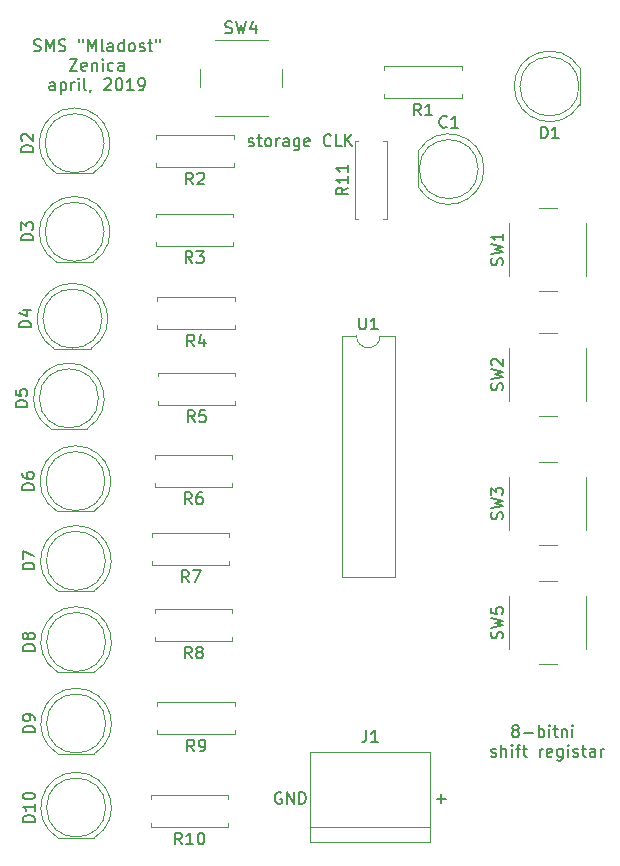
<source format=gto>
G04 #@! TF.GenerationSoftware,KiCad,Pcbnew,5.1.1-8be2ce7~80~ubuntu18.04.1*
G04 #@! TF.CreationDate,2019-04-19T02:08:46-07:00*
G04 #@! TF.ProjectId,shift_reg,73686966-745f-4726-9567-2e6b69636164,v01*
G04 #@! TF.SameCoordinates,Original*
G04 #@! TF.FileFunction,Legend,Top*
G04 #@! TF.FilePolarity,Positive*
%FSLAX46Y46*%
G04 Gerber Fmt 4.6, Leading zero omitted, Abs format (unit mm)*
G04 Created by KiCad (PCBNEW 5.1.1-8be2ce7~80~ubuntu18.04.1) date 2019-04-19 02:08:46*
%MOMM*%
%LPD*%
G04 APERTURE LIST*
%ADD10C,0.150000*%
%ADD11C,0.120000*%
G04 APERTURE END LIST*
D10*
X91726095Y-89479952D02*
X91630857Y-89432333D01*
X91583238Y-89384714D01*
X91535619Y-89289476D01*
X91535619Y-89241857D01*
X91583238Y-89146619D01*
X91630857Y-89099000D01*
X91726095Y-89051380D01*
X91916571Y-89051380D01*
X92011809Y-89099000D01*
X92059428Y-89146619D01*
X92107047Y-89241857D01*
X92107047Y-89289476D01*
X92059428Y-89384714D01*
X92011809Y-89432333D01*
X91916571Y-89479952D01*
X91726095Y-89479952D01*
X91630857Y-89527571D01*
X91583238Y-89575190D01*
X91535619Y-89670428D01*
X91535619Y-89860904D01*
X91583238Y-89956142D01*
X91630857Y-90003761D01*
X91726095Y-90051380D01*
X91916571Y-90051380D01*
X92011809Y-90003761D01*
X92059428Y-89956142D01*
X92107047Y-89860904D01*
X92107047Y-89670428D01*
X92059428Y-89575190D01*
X92011809Y-89527571D01*
X91916571Y-89479952D01*
X92535619Y-89670428D02*
X93297523Y-89670428D01*
X93773714Y-90051380D02*
X93773714Y-89051380D01*
X93773714Y-89432333D02*
X93868952Y-89384714D01*
X94059428Y-89384714D01*
X94154666Y-89432333D01*
X94202285Y-89479952D01*
X94249904Y-89575190D01*
X94249904Y-89860904D01*
X94202285Y-89956142D01*
X94154666Y-90003761D01*
X94059428Y-90051380D01*
X93868952Y-90051380D01*
X93773714Y-90003761D01*
X94678476Y-90051380D02*
X94678476Y-89384714D01*
X94678476Y-89051380D02*
X94630857Y-89099000D01*
X94678476Y-89146619D01*
X94726095Y-89099000D01*
X94678476Y-89051380D01*
X94678476Y-89146619D01*
X95011809Y-89384714D02*
X95392761Y-89384714D01*
X95154666Y-89051380D02*
X95154666Y-89908523D01*
X95202285Y-90003761D01*
X95297523Y-90051380D01*
X95392761Y-90051380D01*
X95726095Y-89384714D02*
X95726095Y-90051380D01*
X95726095Y-89479952D02*
X95773714Y-89432333D01*
X95868952Y-89384714D01*
X96011809Y-89384714D01*
X96107047Y-89432333D01*
X96154666Y-89527571D01*
X96154666Y-90051380D01*
X96630857Y-90051380D02*
X96630857Y-89384714D01*
X96630857Y-89051380D02*
X96583238Y-89099000D01*
X96630857Y-89146619D01*
X96678476Y-89099000D01*
X96630857Y-89051380D01*
X96630857Y-89146619D01*
X89749904Y-91653761D02*
X89845142Y-91701380D01*
X90035619Y-91701380D01*
X90130857Y-91653761D01*
X90178476Y-91558523D01*
X90178476Y-91510904D01*
X90130857Y-91415666D01*
X90035619Y-91368047D01*
X89892761Y-91368047D01*
X89797523Y-91320428D01*
X89749904Y-91225190D01*
X89749904Y-91177571D01*
X89797523Y-91082333D01*
X89892761Y-91034714D01*
X90035619Y-91034714D01*
X90130857Y-91082333D01*
X90607047Y-91701380D02*
X90607047Y-90701380D01*
X91035619Y-91701380D02*
X91035619Y-91177571D01*
X90988000Y-91082333D01*
X90892761Y-91034714D01*
X90749904Y-91034714D01*
X90654666Y-91082333D01*
X90607047Y-91129952D01*
X91511809Y-91701380D02*
X91511809Y-91034714D01*
X91511809Y-90701380D02*
X91464190Y-90749000D01*
X91511809Y-90796619D01*
X91559428Y-90749000D01*
X91511809Y-90701380D01*
X91511809Y-90796619D01*
X91845142Y-91034714D02*
X92226095Y-91034714D01*
X91988000Y-91701380D02*
X91988000Y-90844238D01*
X92035619Y-90749000D01*
X92130857Y-90701380D01*
X92226095Y-90701380D01*
X92416571Y-91034714D02*
X92797523Y-91034714D01*
X92559428Y-90701380D02*
X92559428Y-91558523D01*
X92607047Y-91653761D01*
X92702285Y-91701380D01*
X92797523Y-91701380D01*
X93892761Y-91701380D02*
X93892761Y-91034714D01*
X93892761Y-91225190D02*
X93940380Y-91129952D01*
X93988000Y-91082333D01*
X94083238Y-91034714D01*
X94178476Y-91034714D01*
X94892761Y-91653761D02*
X94797523Y-91701380D01*
X94607047Y-91701380D01*
X94511809Y-91653761D01*
X94464190Y-91558523D01*
X94464190Y-91177571D01*
X94511809Y-91082333D01*
X94607047Y-91034714D01*
X94797523Y-91034714D01*
X94892761Y-91082333D01*
X94940380Y-91177571D01*
X94940380Y-91272809D01*
X94464190Y-91368047D01*
X95797523Y-91034714D02*
X95797523Y-91844238D01*
X95749904Y-91939476D01*
X95702285Y-91987095D01*
X95607047Y-92034714D01*
X95464190Y-92034714D01*
X95368952Y-91987095D01*
X95797523Y-91653761D02*
X95702285Y-91701380D01*
X95511809Y-91701380D01*
X95416571Y-91653761D01*
X95368952Y-91606142D01*
X95321333Y-91510904D01*
X95321333Y-91225190D01*
X95368952Y-91129952D01*
X95416571Y-91082333D01*
X95511809Y-91034714D01*
X95702285Y-91034714D01*
X95797523Y-91082333D01*
X96273714Y-91701380D02*
X96273714Y-91034714D01*
X96273714Y-90701380D02*
X96226095Y-90749000D01*
X96273714Y-90796619D01*
X96321333Y-90749000D01*
X96273714Y-90701380D01*
X96273714Y-90796619D01*
X96702285Y-91653761D02*
X96797523Y-91701380D01*
X96988000Y-91701380D01*
X97083238Y-91653761D01*
X97130857Y-91558523D01*
X97130857Y-91510904D01*
X97083238Y-91415666D01*
X96988000Y-91368047D01*
X96845142Y-91368047D01*
X96749904Y-91320428D01*
X96702285Y-91225190D01*
X96702285Y-91177571D01*
X96749904Y-91082333D01*
X96845142Y-91034714D01*
X96988000Y-91034714D01*
X97083238Y-91082333D01*
X97416571Y-91034714D02*
X97797523Y-91034714D01*
X97559428Y-90701380D02*
X97559428Y-91558523D01*
X97607047Y-91653761D01*
X97702285Y-91701380D01*
X97797523Y-91701380D01*
X98559428Y-91701380D02*
X98559428Y-91177571D01*
X98511809Y-91082333D01*
X98416571Y-91034714D01*
X98226095Y-91034714D01*
X98130857Y-91082333D01*
X98559428Y-91653761D02*
X98464190Y-91701380D01*
X98226095Y-91701380D01*
X98130857Y-91653761D01*
X98083238Y-91558523D01*
X98083238Y-91463285D01*
X98130857Y-91368047D01*
X98226095Y-91320428D01*
X98464190Y-91320428D01*
X98559428Y-91272809D01*
X99035619Y-91701380D02*
X99035619Y-91034714D01*
X99035619Y-91225190D02*
X99083238Y-91129952D01*
X99130857Y-91082333D01*
X99226095Y-91034714D01*
X99321333Y-91034714D01*
X71983695Y-94750000D02*
X71888457Y-94702380D01*
X71745600Y-94702380D01*
X71602742Y-94750000D01*
X71507504Y-94845238D01*
X71459885Y-94940476D01*
X71412266Y-95130952D01*
X71412266Y-95273809D01*
X71459885Y-95464285D01*
X71507504Y-95559523D01*
X71602742Y-95654761D01*
X71745600Y-95702380D01*
X71840838Y-95702380D01*
X71983695Y-95654761D01*
X72031314Y-95607142D01*
X72031314Y-95273809D01*
X71840838Y-95273809D01*
X72459885Y-95702380D02*
X72459885Y-94702380D01*
X73031314Y-95702380D01*
X73031314Y-94702380D01*
X73507504Y-95702380D02*
X73507504Y-94702380D01*
X73745600Y-94702380D01*
X73888457Y-94750000D01*
X73983695Y-94845238D01*
X74031314Y-94940476D01*
X74078933Y-95130952D01*
X74078933Y-95273809D01*
X74031314Y-95464285D01*
X73983695Y-95559523D01*
X73888457Y-95654761D01*
X73745600Y-95702380D01*
X73507504Y-95702380D01*
X85166247Y-95270628D02*
X85928152Y-95270628D01*
X85547200Y-95651580D02*
X85547200Y-94889676D01*
X51030857Y-31927161D02*
X51173714Y-31974780D01*
X51411809Y-31974780D01*
X51507047Y-31927161D01*
X51554666Y-31879542D01*
X51602285Y-31784304D01*
X51602285Y-31689066D01*
X51554666Y-31593828D01*
X51507047Y-31546209D01*
X51411809Y-31498590D01*
X51221333Y-31450971D01*
X51126095Y-31403352D01*
X51078476Y-31355733D01*
X51030857Y-31260495D01*
X51030857Y-31165257D01*
X51078476Y-31070019D01*
X51126095Y-31022400D01*
X51221333Y-30974780D01*
X51459428Y-30974780D01*
X51602285Y-31022400D01*
X52030857Y-31974780D02*
X52030857Y-30974780D01*
X52364190Y-31689066D01*
X52697523Y-30974780D01*
X52697523Y-31974780D01*
X53126095Y-31927161D02*
X53268952Y-31974780D01*
X53507047Y-31974780D01*
X53602285Y-31927161D01*
X53649904Y-31879542D01*
X53697523Y-31784304D01*
X53697523Y-31689066D01*
X53649904Y-31593828D01*
X53602285Y-31546209D01*
X53507047Y-31498590D01*
X53316571Y-31450971D01*
X53221333Y-31403352D01*
X53173714Y-31355733D01*
X53126095Y-31260495D01*
X53126095Y-31165257D01*
X53173714Y-31070019D01*
X53221333Y-31022400D01*
X53316571Y-30974780D01*
X53554666Y-30974780D01*
X53697523Y-31022400D01*
X54840380Y-30974780D02*
X54840380Y-31165257D01*
X55221333Y-30974780D02*
X55221333Y-31165257D01*
X55649904Y-31974780D02*
X55649904Y-30974780D01*
X55983238Y-31689066D01*
X56316571Y-30974780D01*
X56316571Y-31974780D01*
X56935619Y-31974780D02*
X56840380Y-31927161D01*
X56792761Y-31831923D01*
X56792761Y-30974780D01*
X57745142Y-31974780D02*
X57745142Y-31450971D01*
X57697523Y-31355733D01*
X57602285Y-31308114D01*
X57411809Y-31308114D01*
X57316571Y-31355733D01*
X57745142Y-31927161D02*
X57649904Y-31974780D01*
X57411809Y-31974780D01*
X57316571Y-31927161D01*
X57268952Y-31831923D01*
X57268952Y-31736685D01*
X57316571Y-31641447D01*
X57411809Y-31593828D01*
X57649904Y-31593828D01*
X57745142Y-31546209D01*
X58649904Y-31974780D02*
X58649904Y-30974780D01*
X58649904Y-31927161D02*
X58554666Y-31974780D01*
X58364190Y-31974780D01*
X58268952Y-31927161D01*
X58221333Y-31879542D01*
X58173714Y-31784304D01*
X58173714Y-31498590D01*
X58221333Y-31403352D01*
X58268952Y-31355733D01*
X58364190Y-31308114D01*
X58554666Y-31308114D01*
X58649904Y-31355733D01*
X59268952Y-31974780D02*
X59173714Y-31927161D01*
X59126095Y-31879542D01*
X59078476Y-31784304D01*
X59078476Y-31498590D01*
X59126095Y-31403352D01*
X59173714Y-31355733D01*
X59268952Y-31308114D01*
X59411809Y-31308114D01*
X59507047Y-31355733D01*
X59554666Y-31403352D01*
X59602285Y-31498590D01*
X59602285Y-31784304D01*
X59554666Y-31879542D01*
X59507047Y-31927161D01*
X59411809Y-31974780D01*
X59268952Y-31974780D01*
X59983238Y-31927161D02*
X60078476Y-31974780D01*
X60268952Y-31974780D01*
X60364190Y-31927161D01*
X60411809Y-31831923D01*
X60411809Y-31784304D01*
X60364190Y-31689066D01*
X60268952Y-31641447D01*
X60126095Y-31641447D01*
X60030857Y-31593828D01*
X59983238Y-31498590D01*
X59983238Y-31450971D01*
X60030857Y-31355733D01*
X60126095Y-31308114D01*
X60268952Y-31308114D01*
X60364190Y-31355733D01*
X60697523Y-31308114D02*
X61078476Y-31308114D01*
X60840380Y-30974780D02*
X60840380Y-31831923D01*
X60888000Y-31927161D01*
X60983238Y-31974780D01*
X61078476Y-31974780D01*
X61364190Y-30974780D02*
X61364190Y-31165257D01*
X61745142Y-30974780D02*
X61745142Y-31165257D01*
X54054666Y-32624780D02*
X54721333Y-32624780D01*
X54054666Y-33624780D01*
X54721333Y-33624780D01*
X55483238Y-33577161D02*
X55388000Y-33624780D01*
X55197523Y-33624780D01*
X55102285Y-33577161D01*
X55054666Y-33481923D01*
X55054666Y-33100971D01*
X55102285Y-33005733D01*
X55197523Y-32958114D01*
X55388000Y-32958114D01*
X55483238Y-33005733D01*
X55530857Y-33100971D01*
X55530857Y-33196209D01*
X55054666Y-33291447D01*
X55959428Y-32958114D02*
X55959428Y-33624780D01*
X55959428Y-33053352D02*
X56007047Y-33005733D01*
X56102285Y-32958114D01*
X56245142Y-32958114D01*
X56340380Y-33005733D01*
X56388000Y-33100971D01*
X56388000Y-33624780D01*
X56864190Y-33624780D02*
X56864190Y-32958114D01*
X56864190Y-32624780D02*
X56816571Y-32672400D01*
X56864190Y-32720019D01*
X56911809Y-32672400D01*
X56864190Y-32624780D01*
X56864190Y-32720019D01*
X57768952Y-33577161D02*
X57673714Y-33624780D01*
X57483238Y-33624780D01*
X57388000Y-33577161D01*
X57340380Y-33529542D01*
X57292761Y-33434304D01*
X57292761Y-33148590D01*
X57340380Y-33053352D01*
X57388000Y-33005733D01*
X57483238Y-32958114D01*
X57673714Y-32958114D01*
X57768952Y-33005733D01*
X58626095Y-33624780D02*
X58626095Y-33100971D01*
X58578476Y-33005733D01*
X58483238Y-32958114D01*
X58292761Y-32958114D01*
X58197523Y-33005733D01*
X58626095Y-33577161D02*
X58530857Y-33624780D01*
X58292761Y-33624780D01*
X58197523Y-33577161D01*
X58149904Y-33481923D01*
X58149904Y-33386685D01*
X58197523Y-33291447D01*
X58292761Y-33243828D01*
X58530857Y-33243828D01*
X58626095Y-33196209D01*
X52816571Y-35274780D02*
X52816571Y-34750971D01*
X52768952Y-34655733D01*
X52673714Y-34608114D01*
X52483238Y-34608114D01*
X52388000Y-34655733D01*
X52816571Y-35227161D02*
X52721333Y-35274780D01*
X52483238Y-35274780D01*
X52388000Y-35227161D01*
X52340380Y-35131923D01*
X52340380Y-35036685D01*
X52388000Y-34941447D01*
X52483238Y-34893828D01*
X52721333Y-34893828D01*
X52816571Y-34846209D01*
X53292761Y-34608114D02*
X53292761Y-35608114D01*
X53292761Y-34655733D02*
X53388000Y-34608114D01*
X53578476Y-34608114D01*
X53673714Y-34655733D01*
X53721333Y-34703352D01*
X53768952Y-34798590D01*
X53768952Y-35084304D01*
X53721333Y-35179542D01*
X53673714Y-35227161D01*
X53578476Y-35274780D01*
X53388000Y-35274780D01*
X53292761Y-35227161D01*
X54197523Y-35274780D02*
X54197523Y-34608114D01*
X54197523Y-34798590D02*
X54245142Y-34703352D01*
X54292761Y-34655733D01*
X54388000Y-34608114D01*
X54483238Y-34608114D01*
X54816571Y-35274780D02*
X54816571Y-34608114D01*
X54816571Y-34274780D02*
X54768952Y-34322400D01*
X54816571Y-34370019D01*
X54864190Y-34322400D01*
X54816571Y-34274780D01*
X54816571Y-34370019D01*
X55435619Y-35274780D02*
X55340380Y-35227161D01*
X55292761Y-35131923D01*
X55292761Y-34274780D01*
X55864190Y-35227161D02*
X55864190Y-35274780D01*
X55816571Y-35370019D01*
X55768952Y-35417638D01*
X57007047Y-34370019D02*
X57054666Y-34322400D01*
X57149904Y-34274780D01*
X57388000Y-34274780D01*
X57483238Y-34322400D01*
X57530857Y-34370019D01*
X57578476Y-34465257D01*
X57578476Y-34560495D01*
X57530857Y-34703352D01*
X56959428Y-35274780D01*
X57578476Y-35274780D01*
X58197523Y-34274780D02*
X58292761Y-34274780D01*
X58388000Y-34322400D01*
X58435619Y-34370019D01*
X58483238Y-34465257D01*
X58530857Y-34655733D01*
X58530857Y-34893828D01*
X58483238Y-35084304D01*
X58435619Y-35179542D01*
X58388000Y-35227161D01*
X58292761Y-35274780D01*
X58197523Y-35274780D01*
X58102285Y-35227161D01*
X58054666Y-35179542D01*
X58007047Y-35084304D01*
X57959428Y-34893828D01*
X57959428Y-34655733D01*
X58007047Y-34465257D01*
X58054666Y-34370019D01*
X58102285Y-34322400D01*
X58197523Y-34274780D01*
X59483238Y-35274780D02*
X58911809Y-35274780D01*
X59197523Y-35274780D02*
X59197523Y-34274780D01*
X59102285Y-34417638D01*
X59007047Y-34512876D01*
X58911809Y-34560495D01*
X59959428Y-35274780D02*
X60149904Y-35274780D01*
X60245142Y-35227161D01*
X60292761Y-35179542D01*
X60388000Y-35036685D01*
X60435619Y-34846209D01*
X60435619Y-34465257D01*
X60388000Y-34370019D01*
X60340380Y-34322400D01*
X60245142Y-34274780D01*
X60054666Y-34274780D01*
X59959428Y-34322400D01*
X59911809Y-34370019D01*
X59864190Y-34465257D01*
X59864190Y-34703352D01*
X59911809Y-34798590D01*
X59959428Y-34846209D01*
X60054666Y-34893828D01*
X60245142Y-34893828D01*
X60340380Y-34846209D01*
X60388000Y-34798590D01*
X60435619Y-34703352D01*
X69228247Y-39977961D02*
X69323485Y-40025580D01*
X69513961Y-40025580D01*
X69609200Y-39977961D01*
X69656819Y-39882723D01*
X69656819Y-39835104D01*
X69609200Y-39739866D01*
X69513961Y-39692247D01*
X69371104Y-39692247D01*
X69275866Y-39644628D01*
X69228247Y-39549390D01*
X69228247Y-39501771D01*
X69275866Y-39406533D01*
X69371104Y-39358914D01*
X69513961Y-39358914D01*
X69609200Y-39406533D01*
X69942533Y-39358914D02*
X70323485Y-39358914D01*
X70085390Y-39025580D02*
X70085390Y-39882723D01*
X70133009Y-39977961D01*
X70228247Y-40025580D01*
X70323485Y-40025580D01*
X70799676Y-40025580D02*
X70704438Y-39977961D01*
X70656819Y-39930342D01*
X70609200Y-39835104D01*
X70609200Y-39549390D01*
X70656819Y-39454152D01*
X70704438Y-39406533D01*
X70799676Y-39358914D01*
X70942533Y-39358914D01*
X71037771Y-39406533D01*
X71085390Y-39454152D01*
X71133009Y-39549390D01*
X71133009Y-39835104D01*
X71085390Y-39930342D01*
X71037771Y-39977961D01*
X70942533Y-40025580D01*
X70799676Y-40025580D01*
X71561580Y-40025580D02*
X71561580Y-39358914D01*
X71561580Y-39549390D02*
X71609200Y-39454152D01*
X71656819Y-39406533D01*
X71752057Y-39358914D01*
X71847295Y-39358914D01*
X72609200Y-40025580D02*
X72609200Y-39501771D01*
X72561580Y-39406533D01*
X72466342Y-39358914D01*
X72275866Y-39358914D01*
X72180628Y-39406533D01*
X72609200Y-39977961D02*
X72513961Y-40025580D01*
X72275866Y-40025580D01*
X72180628Y-39977961D01*
X72133009Y-39882723D01*
X72133009Y-39787485D01*
X72180628Y-39692247D01*
X72275866Y-39644628D01*
X72513961Y-39644628D01*
X72609200Y-39597009D01*
X73513961Y-39358914D02*
X73513961Y-40168438D01*
X73466342Y-40263676D01*
X73418723Y-40311295D01*
X73323485Y-40358914D01*
X73180628Y-40358914D01*
X73085390Y-40311295D01*
X73513961Y-39977961D02*
X73418723Y-40025580D01*
X73228247Y-40025580D01*
X73133009Y-39977961D01*
X73085390Y-39930342D01*
X73037771Y-39835104D01*
X73037771Y-39549390D01*
X73085390Y-39454152D01*
X73133009Y-39406533D01*
X73228247Y-39358914D01*
X73418723Y-39358914D01*
X73513961Y-39406533D01*
X74371104Y-39977961D02*
X74275866Y-40025580D01*
X74085390Y-40025580D01*
X73990152Y-39977961D01*
X73942533Y-39882723D01*
X73942533Y-39501771D01*
X73990152Y-39406533D01*
X74085390Y-39358914D01*
X74275866Y-39358914D01*
X74371104Y-39406533D01*
X74418723Y-39501771D01*
X74418723Y-39597009D01*
X73942533Y-39692247D01*
X76180628Y-39930342D02*
X76133009Y-39977961D01*
X75990152Y-40025580D01*
X75894914Y-40025580D01*
X75752057Y-39977961D01*
X75656819Y-39882723D01*
X75609200Y-39787485D01*
X75561580Y-39597009D01*
X75561580Y-39454152D01*
X75609200Y-39263676D01*
X75656819Y-39168438D01*
X75752057Y-39073200D01*
X75894914Y-39025580D01*
X75990152Y-39025580D01*
X76133009Y-39073200D01*
X76180628Y-39120819D01*
X77085390Y-40025580D02*
X76609200Y-40025580D01*
X76609200Y-39025580D01*
X77418723Y-40025580D02*
X77418723Y-39025580D01*
X77990152Y-40025580D02*
X77561580Y-39454152D01*
X77990152Y-39025580D02*
X77418723Y-39597009D01*
D11*
X95300000Y-76866800D02*
X93800000Y-76866800D01*
X91300000Y-78116800D02*
X91300000Y-82616800D01*
X93800000Y-83866800D02*
X95300000Y-83866800D01*
X97800000Y-82616800D02*
X97800000Y-78116800D01*
X72078800Y-35004000D02*
X72078800Y-33504000D01*
X70828800Y-31004000D02*
X66328800Y-31004000D01*
X65078800Y-33504000D02*
X65078800Y-35004000D01*
X66328800Y-37504000D02*
X70828800Y-37504000D01*
X95300000Y-66757600D02*
X93800000Y-66757600D01*
X91300000Y-68007600D02*
X91300000Y-72507600D01*
X93800000Y-73757600D02*
X95300000Y-73757600D01*
X97800000Y-72507600D02*
X97800000Y-68007600D01*
X95300000Y-55835600D02*
X93800000Y-55835600D01*
X91300000Y-57085600D02*
X91300000Y-61585600D01*
X93800000Y-62835600D02*
X95300000Y-62835600D01*
X97800000Y-61585600D02*
X97800000Y-57085600D01*
X95300000Y-45250000D02*
X93800000Y-45250000D01*
X91300000Y-46500000D02*
X91300000Y-51000000D01*
X93800000Y-52250000D02*
X95300000Y-52250000D01*
X97800000Y-51000000D02*
X97800000Y-46500000D01*
X74422000Y-98907600D02*
X84582000Y-98907600D01*
X74422000Y-91287600D02*
X74422000Y-98907600D01*
X84582000Y-91287600D02*
X74422000Y-91287600D01*
X84582000Y-98907600D02*
X84582000Y-91287600D01*
X84582000Y-97637600D02*
X74422000Y-97637600D01*
X80922800Y-39605200D02*
X80592800Y-39605200D01*
X80922800Y-46145200D02*
X80922800Y-39605200D01*
X80592800Y-46145200D02*
X80922800Y-46145200D01*
X78182800Y-39605200D02*
X78512800Y-39605200D01*
X78182800Y-46145200D02*
X78182800Y-39605200D01*
X78512800Y-46145200D02*
X78182800Y-46145200D01*
X81599600Y-56074000D02*
X80349600Y-56074000D01*
X81599600Y-76514000D02*
X81599600Y-56074000D01*
X77099600Y-76514000D02*
X81599600Y-76514000D01*
X77099600Y-56074000D02*
X77099600Y-76514000D01*
X78349600Y-56074000D02*
X77099600Y-56074000D01*
X80349600Y-56074000D02*
G75*
G02X78349600Y-56074000I-1000000J0D01*
G01*
X60941200Y-94946800D02*
X60941200Y-95276800D01*
X67481200Y-94946800D02*
X60941200Y-94946800D01*
X67481200Y-95276800D02*
X67481200Y-94946800D01*
X60941200Y-97686800D02*
X60941200Y-97356800D01*
X67481200Y-97686800D02*
X60941200Y-97686800D01*
X67481200Y-97356800D02*
X67481200Y-97686800D01*
X61500000Y-87072800D02*
X61500000Y-87402800D01*
X68040000Y-87072800D02*
X61500000Y-87072800D01*
X68040000Y-87402800D02*
X68040000Y-87072800D01*
X61500000Y-89812800D02*
X61500000Y-89482800D01*
X68040000Y-89812800D02*
X61500000Y-89812800D01*
X68040000Y-89482800D02*
X68040000Y-89812800D01*
X61296800Y-79198800D02*
X61296800Y-79528800D01*
X67836800Y-79198800D02*
X61296800Y-79198800D01*
X67836800Y-79528800D02*
X67836800Y-79198800D01*
X61296800Y-81938800D02*
X61296800Y-81608800D01*
X67836800Y-81938800D02*
X61296800Y-81938800D01*
X67836800Y-81608800D02*
X67836800Y-81938800D01*
X61042800Y-72747200D02*
X61042800Y-73077200D01*
X67582800Y-72747200D02*
X61042800Y-72747200D01*
X67582800Y-73077200D02*
X67582800Y-72747200D01*
X61042800Y-75487200D02*
X61042800Y-75157200D01*
X67582800Y-75487200D02*
X61042800Y-75487200D01*
X67582800Y-75157200D02*
X67582800Y-75487200D01*
X61296800Y-66143200D02*
X61296800Y-66473200D01*
X67836800Y-66143200D02*
X61296800Y-66143200D01*
X67836800Y-66473200D02*
X67836800Y-66143200D01*
X61296800Y-68883200D02*
X61296800Y-68553200D01*
X67836800Y-68883200D02*
X61296800Y-68883200D01*
X67836800Y-68553200D02*
X67836800Y-68883200D01*
X61550800Y-59183600D02*
X61550800Y-59513600D01*
X68090800Y-59183600D02*
X61550800Y-59183600D01*
X68090800Y-59513600D02*
X68090800Y-59183600D01*
X61550800Y-61923600D02*
X61550800Y-61593600D01*
X68090800Y-61923600D02*
X61550800Y-61923600D01*
X68090800Y-61593600D02*
X68090800Y-61923600D01*
X61500000Y-52782800D02*
X61500000Y-53112800D01*
X68040000Y-52782800D02*
X61500000Y-52782800D01*
X68040000Y-53112800D02*
X68040000Y-52782800D01*
X61500000Y-55522800D02*
X61500000Y-55192800D01*
X68040000Y-55522800D02*
X61500000Y-55522800D01*
X68040000Y-55192800D02*
X68040000Y-55522800D01*
X61347600Y-45721600D02*
X61347600Y-46051600D01*
X67887600Y-45721600D02*
X61347600Y-45721600D01*
X67887600Y-46051600D02*
X67887600Y-45721600D01*
X61347600Y-48461600D02*
X61347600Y-48131600D01*
X67887600Y-48461600D02*
X61347600Y-48461600D01*
X67887600Y-48131600D02*
X67887600Y-48461600D01*
X61398400Y-39066800D02*
X61398400Y-39396800D01*
X67938400Y-39066800D02*
X61398400Y-39066800D01*
X67938400Y-39396800D02*
X67938400Y-39066800D01*
X61398400Y-41806800D02*
X61398400Y-41476800D01*
X67938400Y-41806800D02*
X61398400Y-41806800D01*
X67938400Y-41476800D02*
X67938400Y-41806800D01*
X80702400Y-33224800D02*
X80702400Y-33554800D01*
X87242400Y-33224800D02*
X80702400Y-33224800D01*
X87242400Y-33554800D02*
X87242400Y-33224800D01*
X80702400Y-35964800D02*
X80702400Y-35634800D01*
X87242400Y-35964800D02*
X80702400Y-35964800D01*
X87242400Y-35634800D02*
X87242400Y-35964800D01*
X54609538Y-93022000D02*
G75*
G02X56154830Y-98572000I462J-2990000D01*
G01*
X54610462Y-93022000D02*
G75*
G03X53065170Y-98572000I-462J-2990000D01*
G01*
X57110000Y-96012000D02*
G75*
G03X57110000Y-96012000I-2500000J0D01*
G01*
X53065000Y-98572000D02*
X56155000Y-98572000D01*
X54609538Y-85910000D02*
G75*
G02X56154830Y-91460000I462J-2990000D01*
G01*
X54610462Y-85910000D02*
G75*
G03X53065170Y-91460000I-462J-2990000D01*
G01*
X57110000Y-88900000D02*
G75*
G03X57110000Y-88900000I-2500000J0D01*
G01*
X53065000Y-91460000D02*
X56155000Y-91460000D01*
X54609538Y-79001200D02*
G75*
G02X56154830Y-84551200I462J-2990000D01*
G01*
X54610462Y-79001200D02*
G75*
G03X53065170Y-84551200I-462J-2990000D01*
G01*
X57110000Y-81991200D02*
G75*
G03X57110000Y-81991200I-2500000J0D01*
G01*
X53065000Y-84551200D02*
X56155000Y-84551200D01*
X54592338Y-72128400D02*
G75*
G02X56137630Y-77678400I462J-2990000D01*
G01*
X54593262Y-72128400D02*
G75*
G03X53047970Y-77678400I-462J-2990000D01*
G01*
X57092800Y-75118400D02*
G75*
G03X57092800Y-75118400I-2500000J0D01*
G01*
X53047800Y-77678400D02*
X56137800Y-77678400D01*
X54558738Y-65386800D02*
G75*
G02X56104030Y-70936800I462J-2990000D01*
G01*
X54559662Y-65386800D02*
G75*
G03X53014370Y-70936800I-462J-2990000D01*
G01*
X57059200Y-68376800D02*
G75*
G03X57059200Y-68376800I-2500000J0D01*
G01*
X53014200Y-70936800D02*
X56104200Y-70936800D01*
X53999938Y-58376400D02*
G75*
G02X55545230Y-63926400I462J-2990000D01*
G01*
X54000862Y-58376400D02*
G75*
G03X52455570Y-63926400I-462J-2990000D01*
G01*
X56500400Y-61366400D02*
G75*
G03X56500400Y-61366400I-2500000J0D01*
G01*
X52455400Y-63926400D02*
X55545400Y-63926400D01*
X54304738Y-51620000D02*
G75*
G02X55850030Y-57170000I462J-2990000D01*
G01*
X54305662Y-51620000D02*
G75*
G03X52760370Y-57170000I-462J-2990000D01*
G01*
X56805200Y-54610000D02*
G75*
G03X56805200Y-54610000I-2500000J0D01*
G01*
X52760200Y-57170000D02*
X55850200Y-57170000D01*
X54483538Y-44272400D02*
G75*
G02X56028830Y-49822400I462J-2990000D01*
G01*
X54484462Y-44272400D02*
G75*
G03X52939170Y-49822400I-462J-2990000D01*
G01*
X56984000Y-47262400D02*
G75*
G03X56984000Y-47262400I-2500000J0D01*
G01*
X52939000Y-49822400D02*
X56029000Y-49822400D01*
X54483538Y-36772400D02*
G75*
G02X56028830Y-42322400I462J-2990000D01*
G01*
X54484462Y-36772400D02*
G75*
G03X52939170Y-42322400I-462J-2990000D01*
G01*
X56984000Y-39762400D02*
G75*
G03X56984000Y-39762400I-2500000J0D01*
G01*
X52939000Y-42322400D02*
X56029000Y-42322400D01*
X91701200Y-34950862D02*
G75*
G02X97251200Y-33405570I2990000J462D01*
G01*
X91701200Y-34949938D02*
G75*
G03X97251200Y-36495230I2990000J-462D01*
G01*
X97191200Y-34950400D02*
G75*
G03X97191200Y-34950400I-2500000J0D01*
G01*
X97251200Y-36495400D02*
X97251200Y-33405400D01*
X89146800Y-41960338D02*
G75*
G02X83596800Y-43505630I-2990000J-462D01*
G01*
X89146800Y-41961262D02*
G75*
G03X83596800Y-40415970I-2990000J462D01*
G01*
X88656800Y-41960800D02*
G75*
G03X88656800Y-41960800I-2500000J0D01*
G01*
X83596800Y-40415800D02*
X83596800Y-43505800D01*
D10*
X90704761Y-81700133D02*
X90752380Y-81557276D01*
X90752380Y-81319180D01*
X90704761Y-81223942D01*
X90657142Y-81176323D01*
X90561904Y-81128704D01*
X90466666Y-81128704D01*
X90371428Y-81176323D01*
X90323809Y-81223942D01*
X90276190Y-81319180D01*
X90228571Y-81509657D01*
X90180952Y-81604895D01*
X90133333Y-81652514D01*
X90038095Y-81700133D01*
X89942857Y-81700133D01*
X89847619Y-81652514D01*
X89800000Y-81604895D01*
X89752380Y-81509657D01*
X89752380Y-81271561D01*
X89800000Y-81128704D01*
X89752380Y-80795371D02*
X90752380Y-80557276D01*
X90038095Y-80366800D01*
X90752380Y-80176323D01*
X89752380Y-79938228D01*
X89752380Y-79081085D02*
X89752380Y-79557276D01*
X90228571Y-79604895D01*
X90180952Y-79557276D01*
X90133333Y-79462038D01*
X90133333Y-79223942D01*
X90180952Y-79128704D01*
X90228571Y-79081085D01*
X90323809Y-79033466D01*
X90561904Y-79033466D01*
X90657142Y-79081085D01*
X90704761Y-79128704D01*
X90752380Y-79223942D01*
X90752380Y-79462038D01*
X90704761Y-79557276D01*
X90657142Y-79604895D01*
X67245466Y-30408761D02*
X67388323Y-30456380D01*
X67626419Y-30456380D01*
X67721657Y-30408761D01*
X67769276Y-30361142D01*
X67816895Y-30265904D01*
X67816895Y-30170666D01*
X67769276Y-30075428D01*
X67721657Y-30027809D01*
X67626419Y-29980190D01*
X67435942Y-29932571D01*
X67340704Y-29884952D01*
X67293085Y-29837333D01*
X67245466Y-29742095D01*
X67245466Y-29646857D01*
X67293085Y-29551619D01*
X67340704Y-29504000D01*
X67435942Y-29456380D01*
X67674038Y-29456380D01*
X67816895Y-29504000D01*
X68150228Y-29456380D02*
X68388323Y-30456380D01*
X68578800Y-29742095D01*
X68769276Y-30456380D01*
X69007371Y-29456380D01*
X69816895Y-29789714D02*
X69816895Y-30456380D01*
X69578800Y-29408761D02*
X69340704Y-30123047D01*
X69959752Y-30123047D01*
X90704761Y-71590933D02*
X90752380Y-71448076D01*
X90752380Y-71209980D01*
X90704761Y-71114742D01*
X90657142Y-71067123D01*
X90561904Y-71019504D01*
X90466666Y-71019504D01*
X90371428Y-71067123D01*
X90323809Y-71114742D01*
X90276190Y-71209980D01*
X90228571Y-71400457D01*
X90180952Y-71495695D01*
X90133333Y-71543314D01*
X90038095Y-71590933D01*
X89942857Y-71590933D01*
X89847619Y-71543314D01*
X89800000Y-71495695D01*
X89752380Y-71400457D01*
X89752380Y-71162361D01*
X89800000Y-71019504D01*
X89752380Y-70686171D02*
X90752380Y-70448076D01*
X90038095Y-70257600D01*
X90752380Y-70067123D01*
X89752380Y-69829028D01*
X89752380Y-69543314D02*
X89752380Y-68924266D01*
X90133333Y-69257600D01*
X90133333Y-69114742D01*
X90180952Y-69019504D01*
X90228571Y-68971885D01*
X90323809Y-68924266D01*
X90561904Y-68924266D01*
X90657142Y-68971885D01*
X90704761Y-69019504D01*
X90752380Y-69114742D01*
X90752380Y-69400457D01*
X90704761Y-69495695D01*
X90657142Y-69543314D01*
X90704761Y-60668933D02*
X90752380Y-60526076D01*
X90752380Y-60287980D01*
X90704761Y-60192742D01*
X90657142Y-60145123D01*
X90561904Y-60097504D01*
X90466666Y-60097504D01*
X90371428Y-60145123D01*
X90323809Y-60192742D01*
X90276190Y-60287980D01*
X90228571Y-60478457D01*
X90180952Y-60573695D01*
X90133333Y-60621314D01*
X90038095Y-60668933D01*
X89942857Y-60668933D01*
X89847619Y-60621314D01*
X89800000Y-60573695D01*
X89752380Y-60478457D01*
X89752380Y-60240361D01*
X89800000Y-60097504D01*
X89752380Y-59764171D02*
X90752380Y-59526076D01*
X90038095Y-59335600D01*
X90752380Y-59145123D01*
X89752380Y-58907028D01*
X89847619Y-58573695D02*
X89800000Y-58526076D01*
X89752380Y-58430838D01*
X89752380Y-58192742D01*
X89800000Y-58097504D01*
X89847619Y-58049885D01*
X89942857Y-58002266D01*
X90038095Y-58002266D01*
X90180952Y-58049885D01*
X90752380Y-58621314D01*
X90752380Y-58002266D01*
X90704761Y-50083333D02*
X90752380Y-49940476D01*
X90752380Y-49702380D01*
X90704761Y-49607142D01*
X90657142Y-49559523D01*
X90561904Y-49511904D01*
X90466666Y-49511904D01*
X90371428Y-49559523D01*
X90323809Y-49607142D01*
X90276190Y-49702380D01*
X90228571Y-49892857D01*
X90180952Y-49988095D01*
X90133333Y-50035714D01*
X90038095Y-50083333D01*
X89942857Y-50083333D01*
X89847619Y-50035714D01*
X89800000Y-49988095D01*
X89752380Y-49892857D01*
X89752380Y-49654761D01*
X89800000Y-49511904D01*
X89752380Y-49178571D02*
X90752380Y-48940476D01*
X90038095Y-48750000D01*
X90752380Y-48559523D01*
X89752380Y-48321428D01*
X90752380Y-47416666D02*
X90752380Y-47988095D01*
X90752380Y-47702380D02*
X89752380Y-47702380D01*
X89895238Y-47797619D01*
X89990476Y-47892857D01*
X90038095Y-47988095D01*
X79168666Y-89469980D02*
X79168666Y-90184266D01*
X79121047Y-90327123D01*
X79025809Y-90422361D01*
X78882952Y-90469980D01*
X78787714Y-90469980D01*
X80168666Y-90469980D02*
X79597238Y-90469980D01*
X79882952Y-90469980D02*
X79882952Y-89469980D01*
X79787714Y-89612838D01*
X79692476Y-89708076D01*
X79597238Y-89755695D01*
X77635180Y-43518057D02*
X77158990Y-43851390D01*
X77635180Y-44089485D02*
X76635180Y-44089485D01*
X76635180Y-43708533D01*
X76682800Y-43613295D01*
X76730419Y-43565676D01*
X76825657Y-43518057D01*
X76968514Y-43518057D01*
X77063752Y-43565676D01*
X77111371Y-43613295D01*
X77158990Y-43708533D01*
X77158990Y-44089485D01*
X77635180Y-42565676D02*
X77635180Y-43137104D01*
X77635180Y-42851390D02*
X76635180Y-42851390D01*
X76778038Y-42946628D01*
X76873276Y-43041866D01*
X76920895Y-43137104D01*
X77635180Y-41613295D02*
X77635180Y-42184723D01*
X77635180Y-41899009D02*
X76635180Y-41899009D01*
X76778038Y-41994247D01*
X76873276Y-42089485D01*
X76920895Y-42184723D01*
X78587695Y-54526380D02*
X78587695Y-55335904D01*
X78635314Y-55431142D01*
X78682933Y-55478761D01*
X78778171Y-55526380D01*
X78968647Y-55526380D01*
X79063885Y-55478761D01*
X79111504Y-55431142D01*
X79159123Y-55335904D01*
X79159123Y-54526380D01*
X80159123Y-55526380D02*
X79587695Y-55526380D01*
X79873409Y-55526380D02*
X79873409Y-54526380D01*
X79778171Y-54669238D01*
X79682933Y-54764476D01*
X79587695Y-54812095D01*
X63568342Y-99139180D02*
X63235009Y-98662990D01*
X62996914Y-99139180D02*
X62996914Y-98139180D01*
X63377866Y-98139180D01*
X63473104Y-98186800D01*
X63520723Y-98234419D01*
X63568342Y-98329657D01*
X63568342Y-98472514D01*
X63520723Y-98567752D01*
X63473104Y-98615371D01*
X63377866Y-98662990D01*
X62996914Y-98662990D01*
X64520723Y-99139180D02*
X63949295Y-99139180D01*
X64235009Y-99139180D02*
X64235009Y-98139180D01*
X64139771Y-98282038D01*
X64044533Y-98377276D01*
X63949295Y-98424895D01*
X65139771Y-98139180D02*
X65235009Y-98139180D01*
X65330247Y-98186800D01*
X65377866Y-98234419D01*
X65425485Y-98329657D01*
X65473104Y-98520133D01*
X65473104Y-98758228D01*
X65425485Y-98948704D01*
X65377866Y-99043942D01*
X65330247Y-99091561D01*
X65235009Y-99139180D01*
X65139771Y-99139180D01*
X65044533Y-99091561D01*
X64996914Y-99043942D01*
X64949295Y-98948704D01*
X64901676Y-98758228D01*
X64901676Y-98520133D01*
X64949295Y-98329657D01*
X64996914Y-98234419D01*
X65044533Y-98186800D01*
X65139771Y-98139180D01*
X64603333Y-91265180D02*
X64270000Y-90788990D01*
X64031904Y-91265180D02*
X64031904Y-90265180D01*
X64412857Y-90265180D01*
X64508095Y-90312800D01*
X64555714Y-90360419D01*
X64603333Y-90455657D01*
X64603333Y-90598514D01*
X64555714Y-90693752D01*
X64508095Y-90741371D01*
X64412857Y-90788990D01*
X64031904Y-90788990D01*
X65079523Y-91265180D02*
X65270000Y-91265180D01*
X65365238Y-91217561D01*
X65412857Y-91169942D01*
X65508095Y-91027085D01*
X65555714Y-90836609D01*
X65555714Y-90455657D01*
X65508095Y-90360419D01*
X65460476Y-90312800D01*
X65365238Y-90265180D01*
X65174761Y-90265180D01*
X65079523Y-90312800D01*
X65031904Y-90360419D01*
X64984285Y-90455657D01*
X64984285Y-90693752D01*
X65031904Y-90788990D01*
X65079523Y-90836609D01*
X65174761Y-90884228D01*
X65365238Y-90884228D01*
X65460476Y-90836609D01*
X65508095Y-90788990D01*
X65555714Y-90693752D01*
X64400133Y-83391180D02*
X64066800Y-82914990D01*
X63828704Y-83391180D02*
X63828704Y-82391180D01*
X64209657Y-82391180D01*
X64304895Y-82438800D01*
X64352514Y-82486419D01*
X64400133Y-82581657D01*
X64400133Y-82724514D01*
X64352514Y-82819752D01*
X64304895Y-82867371D01*
X64209657Y-82914990D01*
X63828704Y-82914990D01*
X64971561Y-82819752D02*
X64876323Y-82772133D01*
X64828704Y-82724514D01*
X64781085Y-82629276D01*
X64781085Y-82581657D01*
X64828704Y-82486419D01*
X64876323Y-82438800D01*
X64971561Y-82391180D01*
X65162038Y-82391180D01*
X65257276Y-82438800D01*
X65304895Y-82486419D01*
X65352514Y-82581657D01*
X65352514Y-82629276D01*
X65304895Y-82724514D01*
X65257276Y-82772133D01*
X65162038Y-82819752D01*
X64971561Y-82819752D01*
X64876323Y-82867371D01*
X64828704Y-82914990D01*
X64781085Y-83010228D01*
X64781085Y-83200704D01*
X64828704Y-83295942D01*
X64876323Y-83343561D01*
X64971561Y-83391180D01*
X65162038Y-83391180D01*
X65257276Y-83343561D01*
X65304895Y-83295942D01*
X65352514Y-83200704D01*
X65352514Y-83010228D01*
X65304895Y-82914990D01*
X65257276Y-82867371D01*
X65162038Y-82819752D01*
X64146133Y-76939580D02*
X63812800Y-76463390D01*
X63574704Y-76939580D02*
X63574704Y-75939580D01*
X63955657Y-75939580D01*
X64050895Y-75987200D01*
X64098514Y-76034819D01*
X64146133Y-76130057D01*
X64146133Y-76272914D01*
X64098514Y-76368152D01*
X64050895Y-76415771D01*
X63955657Y-76463390D01*
X63574704Y-76463390D01*
X64479466Y-75939580D02*
X65146133Y-75939580D01*
X64717561Y-76939580D01*
X64400133Y-70335580D02*
X64066800Y-69859390D01*
X63828704Y-70335580D02*
X63828704Y-69335580D01*
X64209657Y-69335580D01*
X64304895Y-69383200D01*
X64352514Y-69430819D01*
X64400133Y-69526057D01*
X64400133Y-69668914D01*
X64352514Y-69764152D01*
X64304895Y-69811771D01*
X64209657Y-69859390D01*
X63828704Y-69859390D01*
X65257276Y-69335580D02*
X65066800Y-69335580D01*
X64971561Y-69383200D01*
X64923942Y-69430819D01*
X64828704Y-69573676D01*
X64781085Y-69764152D01*
X64781085Y-70145104D01*
X64828704Y-70240342D01*
X64876323Y-70287961D01*
X64971561Y-70335580D01*
X65162038Y-70335580D01*
X65257276Y-70287961D01*
X65304895Y-70240342D01*
X65352514Y-70145104D01*
X65352514Y-69907009D01*
X65304895Y-69811771D01*
X65257276Y-69764152D01*
X65162038Y-69716533D01*
X64971561Y-69716533D01*
X64876323Y-69764152D01*
X64828704Y-69811771D01*
X64781085Y-69907009D01*
X64654133Y-63375980D02*
X64320800Y-62899790D01*
X64082704Y-63375980D02*
X64082704Y-62375980D01*
X64463657Y-62375980D01*
X64558895Y-62423600D01*
X64606514Y-62471219D01*
X64654133Y-62566457D01*
X64654133Y-62709314D01*
X64606514Y-62804552D01*
X64558895Y-62852171D01*
X64463657Y-62899790D01*
X64082704Y-62899790D01*
X65558895Y-62375980D02*
X65082704Y-62375980D01*
X65035085Y-62852171D01*
X65082704Y-62804552D01*
X65177942Y-62756933D01*
X65416038Y-62756933D01*
X65511276Y-62804552D01*
X65558895Y-62852171D01*
X65606514Y-62947409D01*
X65606514Y-63185504D01*
X65558895Y-63280742D01*
X65511276Y-63328361D01*
X65416038Y-63375980D01*
X65177942Y-63375980D01*
X65082704Y-63328361D01*
X65035085Y-63280742D01*
X64603333Y-56975180D02*
X64270000Y-56498990D01*
X64031904Y-56975180D02*
X64031904Y-55975180D01*
X64412857Y-55975180D01*
X64508095Y-56022800D01*
X64555714Y-56070419D01*
X64603333Y-56165657D01*
X64603333Y-56308514D01*
X64555714Y-56403752D01*
X64508095Y-56451371D01*
X64412857Y-56498990D01*
X64031904Y-56498990D01*
X65460476Y-56308514D02*
X65460476Y-56975180D01*
X65222380Y-55927561D02*
X64984285Y-56641847D01*
X65603333Y-56641847D01*
X64450933Y-49913980D02*
X64117600Y-49437790D01*
X63879504Y-49913980D02*
X63879504Y-48913980D01*
X64260457Y-48913980D01*
X64355695Y-48961600D01*
X64403314Y-49009219D01*
X64450933Y-49104457D01*
X64450933Y-49247314D01*
X64403314Y-49342552D01*
X64355695Y-49390171D01*
X64260457Y-49437790D01*
X63879504Y-49437790D01*
X64784266Y-48913980D02*
X65403314Y-48913980D01*
X65069980Y-49294933D01*
X65212838Y-49294933D01*
X65308076Y-49342552D01*
X65355695Y-49390171D01*
X65403314Y-49485409D01*
X65403314Y-49723504D01*
X65355695Y-49818742D01*
X65308076Y-49866361D01*
X65212838Y-49913980D01*
X64927123Y-49913980D01*
X64831885Y-49866361D01*
X64784266Y-49818742D01*
X64501733Y-43259180D02*
X64168400Y-42782990D01*
X63930304Y-43259180D02*
X63930304Y-42259180D01*
X64311257Y-42259180D01*
X64406495Y-42306800D01*
X64454114Y-42354419D01*
X64501733Y-42449657D01*
X64501733Y-42592514D01*
X64454114Y-42687752D01*
X64406495Y-42735371D01*
X64311257Y-42782990D01*
X63930304Y-42782990D01*
X64882685Y-42354419D02*
X64930304Y-42306800D01*
X65025542Y-42259180D01*
X65263638Y-42259180D01*
X65358876Y-42306800D01*
X65406495Y-42354419D01*
X65454114Y-42449657D01*
X65454114Y-42544895D01*
X65406495Y-42687752D01*
X64835066Y-43259180D01*
X65454114Y-43259180D01*
X83805733Y-37417180D02*
X83472400Y-36940990D01*
X83234304Y-37417180D02*
X83234304Y-36417180D01*
X83615257Y-36417180D01*
X83710495Y-36464800D01*
X83758114Y-36512419D01*
X83805733Y-36607657D01*
X83805733Y-36750514D01*
X83758114Y-36845752D01*
X83710495Y-36893371D01*
X83615257Y-36940990D01*
X83234304Y-36940990D01*
X84758114Y-37417180D02*
X84186685Y-37417180D01*
X84472400Y-37417180D02*
X84472400Y-36417180D01*
X84377161Y-36560038D01*
X84281923Y-36655276D01*
X84186685Y-36702895D01*
X51102380Y-97226285D02*
X50102380Y-97226285D01*
X50102380Y-96988190D01*
X50150000Y-96845333D01*
X50245238Y-96750095D01*
X50340476Y-96702476D01*
X50530952Y-96654857D01*
X50673809Y-96654857D01*
X50864285Y-96702476D01*
X50959523Y-96750095D01*
X51054761Y-96845333D01*
X51102380Y-96988190D01*
X51102380Y-97226285D01*
X51102380Y-95702476D02*
X51102380Y-96273904D01*
X51102380Y-95988190D02*
X50102380Y-95988190D01*
X50245238Y-96083428D01*
X50340476Y-96178666D01*
X50388095Y-96273904D01*
X50102380Y-95083428D02*
X50102380Y-94988190D01*
X50150000Y-94892952D01*
X50197619Y-94845333D01*
X50292857Y-94797714D01*
X50483333Y-94750095D01*
X50721428Y-94750095D01*
X50911904Y-94797714D01*
X51007142Y-94845333D01*
X51054761Y-94892952D01*
X51102380Y-94988190D01*
X51102380Y-95083428D01*
X51054761Y-95178666D01*
X51007142Y-95226285D01*
X50911904Y-95273904D01*
X50721428Y-95321523D01*
X50483333Y-95321523D01*
X50292857Y-95273904D01*
X50197619Y-95226285D01*
X50150000Y-95178666D01*
X50102380Y-95083428D01*
X51102380Y-89638095D02*
X50102380Y-89638095D01*
X50102380Y-89400000D01*
X50150000Y-89257142D01*
X50245238Y-89161904D01*
X50340476Y-89114285D01*
X50530952Y-89066666D01*
X50673809Y-89066666D01*
X50864285Y-89114285D01*
X50959523Y-89161904D01*
X51054761Y-89257142D01*
X51102380Y-89400000D01*
X51102380Y-89638095D01*
X51102380Y-88590476D02*
X51102380Y-88400000D01*
X51054761Y-88304761D01*
X51007142Y-88257142D01*
X50864285Y-88161904D01*
X50673809Y-88114285D01*
X50292857Y-88114285D01*
X50197619Y-88161904D01*
X50150000Y-88209523D01*
X50102380Y-88304761D01*
X50102380Y-88495238D01*
X50150000Y-88590476D01*
X50197619Y-88638095D01*
X50292857Y-88685714D01*
X50530952Y-88685714D01*
X50626190Y-88638095D01*
X50673809Y-88590476D01*
X50721428Y-88495238D01*
X50721428Y-88304761D01*
X50673809Y-88209523D01*
X50626190Y-88161904D01*
X50530952Y-88114285D01*
X51102380Y-82729295D02*
X50102380Y-82729295D01*
X50102380Y-82491200D01*
X50150000Y-82348342D01*
X50245238Y-82253104D01*
X50340476Y-82205485D01*
X50530952Y-82157866D01*
X50673809Y-82157866D01*
X50864285Y-82205485D01*
X50959523Y-82253104D01*
X51054761Y-82348342D01*
X51102380Y-82491200D01*
X51102380Y-82729295D01*
X50530952Y-81586438D02*
X50483333Y-81681676D01*
X50435714Y-81729295D01*
X50340476Y-81776914D01*
X50292857Y-81776914D01*
X50197619Y-81729295D01*
X50150000Y-81681676D01*
X50102380Y-81586438D01*
X50102380Y-81395961D01*
X50150000Y-81300723D01*
X50197619Y-81253104D01*
X50292857Y-81205485D01*
X50340476Y-81205485D01*
X50435714Y-81253104D01*
X50483333Y-81300723D01*
X50530952Y-81395961D01*
X50530952Y-81586438D01*
X50578571Y-81681676D01*
X50626190Y-81729295D01*
X50721428Y-81776914D01*
X50911904Y-81776914D01*
X51007142Y-81729295D01*
X51054761Y-81681676D01*
X51102380Y-81586438D01*
X51102380Y-81395961D01*
X51054761Y-81300723D01*
X51007142Y-81253104D01*
X50911904Y-81205485D01*
X50721428Y-81205485D01*
X50626190Y-81253104D01*
X50578571Y-81300723D01*
X50530952Y-81395961D01*
X51085180Y-75856495D02*
X50085180Y-75856495D01*
X50085180Y-75618400D01*
X50132800Y-75475542D01*
X50228038Y-75380304D01*
X50323276Y-75332685D01*
X50513752Y-75285066D01*
X50656609Y-75285066D01*
X50847085Y-75332685D01*
X50942323Y-75380304D01*
X51037561Y-75475542D01*
X51085180Y-75618400D01*
X51085180Y-75856495D01*
X50085180Y-74951733D02*
X50085180Y-74285066D01*
X51085180Y-74713638D01*
X51051580Y-69114895D02*
X50051580Y-69114895D01*
X50051580Y-68876800D01*
X50099200Y-68733942D01*
X50194438Y-68638704D01*
X50289676Y-68591085D01*
X50480152Y-68543466D01*
X50623009Y-68543466D01*
X50813485Y-68591085D01*
X50908723Y-68638704D01*
X51003961Y-68733942D01*
X51051580Y-68876800D01*
X51051580Y-69114895D01*
X50051580Y-67686323D02*
X50051580Y-67876800D01*
X50099200Y-67972038D01*
X50146819Y-68019657D01*
X50289676Y-68114895D01*
X50480152Y-68162514D01*
X50861104Y-68162514D01*
X50956342Y-68114895D01*
X51003961Y-68067276D01*
X51051580Y-67972038D01*
X51051580Y-67781561D01*
X51003961Y-67686323D01*
X50956342Y-67638704D01*
X50861104Y-67591085D01*
X50623009Y-67591085D01*
X50527771Y-67638704D01*
X50480152Y-67686323D01*
X50432533Y-67781561D01*
X50432533Y-67972038D01*
X50480152Y-68067276D01*
X50527771Y-68114895D01*
X50623009Y-68162514D01*
X50492780Y-62104495D02*
X49492780Y-62104495D01*
X49492780Y-61866400D01*
X49540400Y-61723542D01*
X49635638Y-61628304D01*
X49730876Y-61580685D01*
X49921352Y-61533066D01*
X50064209Y-61533066D01*
X50254685Y-61580685D01*
X50349923Y-61628304D01*
X50445161Y-61723542D01*
X50492780Y-61866400D01*
X50492780Y-62104495D01*
X49492780Y-60628304D02*
X49492780Y-61104495D01*
X49968971Y-61152114D01*
X49921352Y-61104495D01*
X49873733Y-61009257D01*
X49873733Y-60771161D01*
X49921352Y-60675923D01*
X49968971Y-60628304D01*
X50064209Y-60580685D01*
X50302304Y-60580685D01*
X50397542Y-60628304D01*
X50445161Y-60675923D01*
X50492780Y-60771161D01*
X50492780Y-61009257D01*
X50445161Y-61104495D01*
X50397542Y-61152114D01*
X50797580Y-55348095D02*
X49797580Y-55348095D01*
X49797580Y-55110000D01*
X49845200Y-54967142D01*
X49940438Y-54871904D01*
X50035676Y-54824285D01*
X50226152Y-54776666D01*
X50369009Y-54776666D01*
X50559485Y-54824285D01*
X50654723Y-54871904D01*
X50749961Y-54967142D01*
X50797580Y-55110000D01*
X50797580Y-55348095D01*
X50130914Y-53919523D02*
X50797580Y-53919523D01*
X49749961Y-54157619D02*
X50464247Y-54395714D01*
X50464247Y-53776666D01*
X50976380Y-48000495D02*
X49976380Y-48000495D01*
X49976380Y-47762400D01*
X50024000Y-47619542D01*
X50119238Y-47524304D01*
X50214476Y-47476685D01*
X50404952Y-47429066D01*
X50547809Y-47429066D01*
X50738285Y-47476685D01*
X50833523Y-47524304D01*
X50928761Y-47619542D01*
X50976380Y-47762400D01*
X50976380Y-48000495D01*
X49976380Y-47095733D02*
X49976380Y-46476685D01*
X50357333Y-46810019D01*
X50357333Y-46667161D01*
X50404952Y-46571923D01*
X50452571Y-46524304D01*
X50547809Y-46476685D01*
X50785904Y-46476685D01*
X50881142Y-46524304D01*
X50928761Y-46571923D01*
X50976380Y-46667161D01*
X50976380Y-46952876D01*
X50928761Y-47048114D01*
X50881142Y-47095733D01*
X50976380Y-40500495D02*
X49976380Y-40500495D01*
X49976380Y-40262400D01*
X50024000Y-40119542D01*
X50119238Y-40024304D01*
X50214476Y-39976685D01*
X50404952Y-39929066D01*
X50547809Y-39929066D01*
X50738285Y-39976685D01*
X50833523Y-40024304D01*
X50928761Y-40119542D01*
X50976380Y-40262400D01*
X50976380Y-40500495D01*
X50071619Y-39548114D02*
X50024000Y-39500495D01*
X49976380Y-39405257D01*
X49976380Y-39167161D01*
X50024000Y-39071923D01*
X50071619Y-39024304D01*
X50166857Y-38976685D01*
X50262095Y-38976685D01*
X50404952Y-39024304D01*
X50976380Y-39595733D01*
X50976380Y-38976685D01*
X93953104Y-39362780D02*
X93953104Y-38362780D01*
X94191200Y-38362780D01*
X94334057Y-38410400D01*
X94429295Y-38505638D01*
X94476914Y-38600876D01*
X94524533Y-38791352D01*
X94524533Y-38934209D01*
X94476914Y-39124685D01*
X94429295Y-39219923D01*
X94334057Y-39315161D01*
X94191200Y-39362780D01*
X93953104Y-39362780D01*
X95476914Y-39362780D02*
X94905485Y-39362780D01*
X95191200Y-39362780D02*
X95191200Y-38362780D01*
X95095961Y-38505638D01*
X95000723Y-38600876D01*
X94905485Y-38648495D01*
X85990133Y-38357942D02*
X85942514Y-38405561D01*
X85799657Y-38453180D01*
X85704419Y-38453180D01*
X85561561Y-38405561D01*
X85466323Y-38310323D01*
X85418704Y-38215085D01*
X85371085Y-38024609D01*
X85371085Y-37881752D01*
X85418704Y-37691276D01*
X85466323Y-37596038D01*
X85561561Y-37500800D01*
X85704419Y-37453180D01*
X85799657Y-37453180D01*
X85942514Y-37500800D01*
X85990133Y-37548419D01*
X86942514Y-38453180D02*
X86371085Y-38453180D01*
X86656800Y-38453180D02*
X86656800Y-37453180D01*
X86561561Y-37596038D01*
X86466323Y-37691276D01*
X86371085Y-37738895D01*
M02*

</source>
